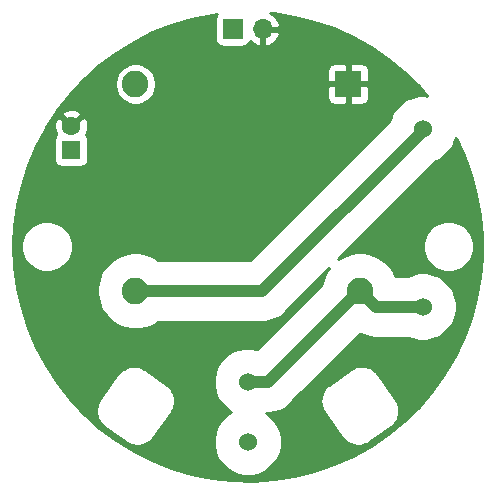
<source format=gtl>
%TF.GenerationSoftware,KiCad,Pcbnew,(5.1.9-0-10_14)*%
%TF.CreationDate,2024-01-23T11:46:41+01:00*%
%TF.ProjectId,berker-sensor-acdc,6265726b-6572-42d7-9365-6e736f722d61,rev?*%
%TF.SameCoordinates,Original*%
%TF.FileFunction,Copper,L1,Top*%
%TF.FilePolarity,Positive*%
%FSLAX46Y46*%
G04 Gerber Fmt 4.6, Leading zero omitted, Abs format (unit mm)*
G04 Created by KiCad (PCBNEW (5.1.9-0-10_14)) date 2024-01-23 11:46:41*
%MOMM*%
%LPD*%
G01*
G04 APERTURE LIST*
%TA.AperFunction,ComponentPad*%
%ADD10C,2.250000*%
%TD*%
%TA.AperFunction,ComponentPad*%
%ADD11R,2.250000X2.250000*%
%TD*%
%TA.AperFunction,ComponentPad*%
%ADD12C,1.524000*%
%TD*%
%TA.AperFunction,ComponentPad*%
%ADD13O,1.700000X1.700000*%
%TD*%
%TA.AperFunction,ComponentPad*%
%ADD14R,1.700000X1.700000*%
%TD*%
%TA.AperFunction,ComponentPad*%
%ADD15C,1.600000*%
%TD*%
%TA.AperFunction,ComponentPad*%
%ADD16R,1.600000X1.600000*%
%TD*%
%TA.AperFunction,Conductor*%
%ADD17C,1.000000*%
%TD*%
%TA.AperFunction,Conductor*%
%ADD18C,0.254000*%
%TD*%
%TA.AperFunction,Conductor*%
%ADD19C,0.100000*%
%TD*%
G04 APERTURE END LIST*
D10*
%TO.P,U1,3*%
%TO.N,NEUT*%
X-9500000Y-3750000D03*
%TO.P,U1,2*%
%TO.N,+3V3*%
X-9500000Y13750000D03*
%TO.P,U1,4*%
%TO.N,Net-(C1-Pad1)*%
X9500000Y-3750000D03*
D11*
%TO.P,U1,1*%
%TO.N,GND*%
X8500000Y13750000D03*
%TD*%
D12*
%TO.P,F1,2*%
%TO.N,LINE*%
X0Y-16540000D03*
%TO.P,F1,1*%
%TO.N,Net-(C1-Pad1)*%
X0Y-11460000D03*
%TD*%
D13*
%TO.P,J3,2*%
%TO.N,GND*%
X1270000Y18400000D03*
D14*
%TO.P,J3,1*%
%TO.N,+3V3*%
X-1270000Y18400000D03*
%TD*%
D12*
%TO.P,C1,2*%
%TO.N,NEUT*%
X14800000Y9900000D03*
%TO.P,C1,1*%
%TO.N,Net-(C1-Pad1)*%
X14800000Y-5100000D03*
%TD*%
D15*
%TO.P,C2,2*%
%TO.N,GND*%
X-14950000Y10170000D03*
D16*
%TO.P,C2,1*%
%TO.N,+3V3*%
X-14950000Y8170000D03*
%TD*%
D17*
%TO.N,NEUT*%
X14800000Y9900000D02*
X14800000Y9800000D01*
X1250000Y-3750000D02*
X-9500000Y-3750000D01*
X14800000Y9800000D02*
X1250000Y-3750000D01*
%TO.N,Net-(C1-Pad1)*%
X9500000Y-3750000D02*
X9450000Y-3750000D01*
X1740000Y-11460000D02*
X0Y-11460000D01*
X9450000Y-3750000D02*
X1740000Y-11460000D01*
X10850000Y-5100000D02*
X9500000Y-3750000D01*
X14800000Y-5100000D02*
X10850000Y-5100000D01*
%TD*%
D18*
%TO.N,GND*%
X2190890Y19724796D02*
X3925596Y19453978D01*
X5629579Y19030907D01*
X7289503Y18458892D01*
X8892377Y17742412D01*
X10425656Y16887074D01*
X11877340Y15899571D01*
X13236067Y14787633D01*
X14491205Y13559961D01*
X15164812Y12773033D01*
X15084542Y12789000D01*
X14515458Y12789000D01*
X13957310Y12677978D01*
X13431545Y12460199D01*
X12958370Y12144033D01*
X12555967Y11741630D01*
X12239801Y11268455D01*
X12022022Y10742690D01*
X12020649Y10735788D01*
X161862Y-1123000D01*
X-7578138Y-1123000D01*
X-7959600Y-868115D01*
X-8551427Y-622973D01*
X-9179706Y-498000D01*
X-9820294Y-498000D01*
X-10448573Y-622973D01*
X-11040400Y-868115D01*
X-11573029Y-1224007D01*
X-12025993Y-1676971D01*
X-12381885Y-2209600D01*
X-12627027Y-2801427D01*
X-12752000Y-3429706D01*
X-12752000Y-4070294D01*
X-12627027Y-4698573D01*
X-12381885Y-5290400D01*
X-12025993Y-5823029D01*
X-11573029Y-6275993D01*
X-11040400Y-6631885D01*
X-10448573Y-6877027D01*
X-9820294Y-7002000D01*
X-9179706Y-7002000D01*
X-8551427Y-6877027D01*
X-7959600Y-6631885D01*
X-7578138Y-6377000D01*
X1120955Y-6377000D01*
X1250000Y-6389710D01*
X1379045Y-6377000D01*
X1379048Y-6377000D01*
X1764982Y-6338989D01*
X2260173Y-6188774D01*
X2716544Y-5944839D01*
X3116557Y-5616557D01*
X3198825Y-5516313D01*
X6844809Y-1870330D01*
X6618115Y-2209600D01*
X6372973Y-2801427D01*
X6295884Y-3188977D01*
X809451Y-8675410D01*
X284542Y-8571000D01*
X-284542Y-8571000D01*
X-842690Y-8682022D01*
X-1368455Y-8899801D01*
X-1841630Y-9215967D01*
X-2244033Y-9618370D01*
X-2560199Y-10091545D01*
X-2777978Y-10617310D01*
X-2889000Y-11175458D01*
X-2889000Y-11744542D01*
X-2777978Y-12302690D01*
X-2560199Y-12828455D01*
X-2244033Y-13301630D01*
X-1841630Y-13704033D01*
X-1398685Y-14000000D01*
X-1841630Y-14295967D01*
X-2244033Y-14698370D01*
X-2560199Y-15171545D01*
X-2777978Y-15697310D01*
X-2889000Y-16255458D01*
X-2889000Y-16824542D01*
X-2777978Y-17382690D01*
X-2560199Y-17908455D01*
X-2244033Y-18381630D01*
X-1841630Y-18784033D01*
X-1368455Y-19100199D01*
X-842690Y-19317978D01*
X-284542Y-19429000D01*
X284542Y-19429000D01*
X842690Y-19317978D01*
X1368455Y-19100199D01*
X1841630Y-18784033D01*
X2244033Y-18381630D01*
X2560199Y-17908455D01*
X2777978Y-17382690D01*
X2889000Y-16824542D01*
X2889000Y-16255458D01*
X2777978Y-15697310D01*
X2560199Y-15171545D01*
X2244033Y-14698370D01*
X1841630Y-14295967D01*
X1528889Y-14087000D01*
X1610955Y-14087000D01*
X1740000Y-14099710D01*
X1869045Y-14087000D01*
X1869048Y-14087000D01*
X2254982Y-14048989D01*
X2750173Y-13898774D01*
X3206544Y-13654839D01*
X3606557Y-13326557D01*
X3688825Y-13226313D01*
X3875568Y-13039570D01*
X6160448Y-13039570D01*
X6161987Y-13102518D01*
X6162647Y-13165525D01*
X6163762Y-13175165D01*
X6187546Y-13368876D01*
X6201288Y-13430356D01*
X6214169Y-13492012D01*
X6217135Y-13501252D01*
X6278092Y-13686654D01*
X6303525Y-13744318D01*
X6328126Y-13802273D01*
X6332830Y-13810760D01*
X6428638Y-13980791D01*
X6428645Y-13980801D01*
X6445242Y-14010286D01*
X7975698Y-16196005D01*
X7995143Y-16218671D01*
X7998616Y-16223706D01*
X8004931Y-16231074D01*
X8132971Y-16378367D01*
X8178723Y-16421632D01*
X8223898Y-16465563D01*
X8231524Y-16471564D01*
X8385736Y-16591183D01*
X8439049Y-16624756D01*
X8491867Y-16659056D01*
X8500506Y-16663458D01*
X8500514Y-16663463D01*
X8500523Y-16663466D01*
X8675021Y-16750849D01*
X8733828Y-16773423D01*
X8792313Y-16796815D01*
X8801650Y-16799458D01*
X8989809Y-16851286D01*
X9051913Y-16862014D01*
X9113801Y-16873595D01*
X9123467Y-16874373D01*
X9123470Y-16874374D01*
X9123474Y-16874374D01*
X9318116Y-16888667D01*
X9381064Y-16887128D01*
X9444071Y-16886468D01*
X9453711Y-16885353D01*
X9647422Y-16861569D01*
X9708902Y-16847827D01*
X9770558Y-16834946D01*
X9779798Y-16831980D01*
X9965200Y-16771023D01*
X10022864Y-16745590D01*
X10080819Y-16720989D01*
X10089301Y-16716288D01*
X10089305Y-16716286D01*
X10089308Y-16716284D01*
X10259337Y-16620477D01*
X10259347Y-16620470D01*
X10288832Y-16603873D01*
X12146890Y-15302848D01*
X12169557Y-15283402D01*
X12174591Y-15279930D01*
X12181959Y-15273615D01*
X12329252Y-15145575D01*
X12372517Y-15099823D01*
X12416448Y-15054648D01*
X12422449Y-15047022D01*
X12542068Y-14892810D01*
X12575641Y-14839497D01*
X12609941Y-14786679D01*
X12614343Y-14778040D01*
X12614348Y-14778032D01*
X12614351Y-14778023D01*
X12701734Y-14603525D01*
X12724308Y-14544718D01*
X12747700Y-14486233D01*
X12750343Y-14476896D01*
X12802171Y-14288737D01*
X12812899Y-14226633D01*
X12824480Y-14164745D01*
X12825259Y-14155072D01*
X12839552Y-13960430D01*
X12838013Y-13897482D01*
X12837353Y-13834476D01*
X12836238Y-13824836D01*
X12812454Y-13631124D01*
X12798712Y-13569644D01*
X12785831Y-13507989D01*
X12782865Y-13498749D01*
X12721908Y-13313346D01*
X12696470Y-13255670D01*
X12671874Y-13197727D01*
X12667170Y-13189240D01*
X12571362Y-13019209D01*
X12571358Y-13019203D01*
X12554758Y-12989713D01*
X11024301Y-10803995D01*
X11004860Y-10781333D01*
X11001384Y-10776294D01*
X10995069Y-10768925D01*
X10867029Y-10621633D01*
X10821257Y-10578349D01*
X10776102Y-10534438D01*
X10768476Y-10528436D01*
X10614264Y-10408817D01*
X10560946Y-10375240D01*
X10508132Y-10340943D01*
X10499486Y-10336537D01*
X10324978Y-10249151D01*
X10266192Y-10226585D01*
X10207688Y-10203185D01*
X10198350Y-10200542D01*
X10198349Y-10200542D01*
X10198347Y-10200541D01*
X10198345Y-10200541D01*
X10010192Y-10148714D01*
X9948075Y-10137984D01*
X9886199Y-10126405D01*
X9876535Y-10125627D01*
X9876531Y-10125626D01*
X9876526Y-10125626D01*
X9681884Y-10111333D01*
X9618936Y-10112872D01*
X9555930Y-10113532D01*
X9546290Y-10114647D01*
X9352578Y-10138431D01*
X9291098Y-10152173D01*
X9229443Y-10165054D01*
X9220209Y-10168018D01*
X9220205Y-10168019D01*
X9220202Y-10168020D01*
X9220203Y-10168020D01*
X9034800Y-10228977D01*
X8977124Y-10254415D01*
X8919181Y-10279011D01*
X8910699Y-10283712D01*
X8910695Y-10283714D01*
X8910694Y-10283715D01*
X8740663Y-10379523D01*
X8740659Y-10379526D01*
X8711167Y-10396127D01*
X6853110Y-11697153D01*
X6830448Y-11716594D01*
X6825409Y-11720070D01*
X6818040Y-11726385D01*
X6670748Y-11854425D01*
X6627464Y-11900197D01*
X6583553Y-11945352D01*
X6577551Y-11952978D01*
X6457932Y-12107190D01*
X6424355Y-12160508D01*
X6390058Y-12213322D01*
X6385652Y-12221968D01*
X6298266Y-12396476D01*
X6275700Y-12455262D01*
X6252300Y-12513766D01*
X6249657Y-12523104D01*
X6197829Y-12711262D01*
X6187102Y-12773365D01*
X6175520Y-12835255D01*
X6174741Y-12844928D01*
X6160448Y-13039570D01*
X3875568Y-13039570D01*
X9537801Y-7377338D01*
X9839827Y-7538774D01*
X10335018Y-7688989D01*
X10720952Y-7727000D01*
X10720954Y-7727000D01*
X10849999Y-7739710D01*
X10979044Y-7727000D01*
X13592817Y-7727000D01*
X13957310Y-7877978D01*
X14515458Y-7989000D01*
X15084542Y-7989000D01*
X15642690Y-7877978D01*
X16168455Y-7660199D01*
X16641630Y-7344033D01*
X17044033Y-6941630D01*
X17360199Y-6468455D01*
X17577978Y-5942690D01*
X17689000Y-5384542D01*
X17689000Y-4815458D01*
X17577978Y-4257310D01*
X17360199Y-3731545D01*
X17044033Y-3258370D01*
X16641630Y-2855967D01*
X16168455Y-2539801D01*
X15642690Y-2322022D01*
X15084542Y-2211000D01*
X14515458Y-2211000D01*
X13957310Y-2322022D01*
X13592817Y-2473000D01*
X12490989Y-2473000D01*
X12381885Y-2209600D01*
X12025993Y-1676971D01*
X11573029Y-1224007D01*
X11040400Y-868115D01*
X10448573Y-622973D01*
X9820294Y-498000D01*
X9179706Y-498000D01*
X8551427Y-622973D01*
X7959600Y-868115D01*
X7620330Y-1094809D01*
X8928816Y213677D01*
X14830497Y213677D01*
X14830497Y-213677D01*
X14913870Y-632821D01*
X15077412Y-1027645D01*
X15314837Y-1382977D01*
X15617023Y-1685163D01*
X15972355Y-1922588D01*
X16367179Y-2086130D01*
X16786323Y-2169503D01*
X17213677Y-2169503D01*
X17632821Y-2086130D01*
X18027645Y-1922588D01*
X18382977Y-1685163D01*
X18685163Y-1382977D01*
X18922588Y-1027645D01*
X19086130Y-632821D01*
X19169503Y-213677D01*
X19169503Y213677D01*
X19086130Y632821D01*
X18922588Y1027645D01*
X18685163Y1382977D01*
X18382977Y1685163D01*
X18027645Y1922588D01*
X17632821Y2086130D01*
X17213677Y2169503D01*
X16786323Y2169503D01*
X16367179Y2086130D01*
X15972355Y1922588D01*
X15617023Y1685163D01*
X15314837Y1382977D01*
X15077412Y1027645D01*
X14913870Y632821D01*
X14830497Y213677D01*
X8928816Y213677D01*
X15974673Y7259534D01*
X16168455Y7339801D01*
X16641630Y7655967D01*
X17044033Y8058370D01*
X17360199Y8531545D01*
X17577978Y9057310D01*
X17598725Y9161613D01*
X18293116Y7696068D01*
X18901711Y6049205D01*
X19362375Y4354998D01*
X19671502Y2626707D01*
X19826672Y877859D01*
X19826672Y-877859D01*
X19671502Y-2626707D01*
X19362375Y-4354998D01*
X18901711Y-6049205D01*
X18293116Y-7696068D01*
X17541353Y-9282700D01*
X16652304Y-10796682D01*
X15632929Y-12226165D01*
X14491205Y-13559961D01*
X13236067Y-14787633D01*
X11877340Y-15899571D01*
X10425656Y-16887074D01*
X8892377Y-17742412D01*
X7289503Y-18458892D01*
X5629579Y-19030907D01*
X3925596Y-19453978D01*
X2190890Y-19724796D01*
X439037Y-19841240D01*
X-1316252Y-19802400D01*
X-3061239Y-19608579D01*
X-4782268Y-19261295D01*
X-6465870Y-18763264D01*
X-8098867Y-18118386D01*
X-9668480Y-17331707D01*
X-11162423Y-16409384D01*
X-12569006Y-15358635D01*
X-13877219Y-14187684D01*
X-14087865Y-13962571D01*
X-12840037Y-13962571D01*
X-12839327Y-13972238D01*
X-12839327Y-13972248D01*
X-12839325Y-13972257D01*
X-12823674Y-14166786D01*
X-12812517Y-14228795D01*
X-12802231Y-14290928D01*
X-12799657Y-14300273D01*
X-12799655Y-14300283D01*
X-12799651Y-14300292D01*
X-12746514Y-14488076D01*
X-12723544Y-14546688D01*
X-12701369Y-14605684D01*
X-12697024Y-14614361D01*
X-12608421Y-14788255D01*
X-12574490Y-14841313D01*
X-12541288Y-14894861D01*
X-12535346Y-14902521D01*
X-12535343Y-14902526D01*
X-12535340Y-14902529D01*
X-12414649Y-15055901D01*
X-12371045Y-15101371D01*
X-12328090Y-15147434D01*
X-12320766Y-15153801D01*
X-12172582Y-15280810D01*
X-12172562Y-15280824D01*
X-12146890Y-15302847D01*
X-10288833Y-16603873D01*
X-10262809Y-16618522D01*
X-10257825Y-16622064D01*
X-10249370Y-16626828D01*
X-10078675Y-16721447D01*
X-10020875Y-16746459D01*
X-9963406Y-16772286D01*
X-9954187Y-16775317D01*
X-9768364Y-16834978D01*
X-9706815Y-16848285D01*
X-9645421Y-16862459D01*
X-9635789Y-16863642D01*
X-9441918Y-16886074D01*
X-9378932Y-16887174D01*
X-9315975Y-16889152D01*
X-9306308Y-16888442D01*
X-9306298Y-16888442D01*
X-9306289Y-16888440D01*
X-9111760Y-16872789D01*
X-9049751Y-16861632D01*
X-8987618Y-16851346D01*
X-8978273Y-16848772D01*
X-8978263Y-16848770D01*
X-8978254Y-16848766D01*
X-8790470Y-16795629D01*
X-8731858Y-16772659D01*
X-8672862Y-16750484D01*
X-8664185Y-16746139D01*
X-8490291Y-16657536D01*
X-8437233Y-16623605D01*
X-8383685Y-16590403D01*
X-8376025Y-16584461D01*
X-8376020Y-16584458D01*
X-8376016Y-16584454D01*
X-8222645Y-16463764D01*
X-8177175Y-16420160D01*
X-8131112Y-16377205D01*
X-8124745Y-16369881D01*
X-7997736Y-16221697D01*
X-7997722Y-16221677D01*
X-7975699Y-16196005D01*
X-6445242Y-14010287D01*
X-6430594Y-13984265D01*
X-6427051Y-13979279D01*
X-6422287Y-13970824D01*
X-6327668Y-13800129D01*
X-6302656Y-13742329D01*
X-6276829Y-13684860D01*
X-6273798Y-13675641D01*
X-6214137Y-13489818D01*
X-6200830Y-13428269D01*
X-6186656Y-13366875D01*
X-6185473Y-13357243D01*
X-6163041Y-13163372D01*
X-6161941Y-13100387D01*
X-6159963Y-13037430D01*
X-6160673Y-13027762D01*
X-6160673Y-13027752D01*
X-6160675Y-13027743D01*
X-6176326Y-12833214D01*
X-6187478Y-12771231D01*
X-6197769Y-12709073D01*
X-6200343Y-12699727D01*
X-6200345Y-12699717D01*
X-6200349Y-12699708D01*
X-6253486Y-12511925D01*
X-6276447Y-12453336D01*
X-6298631Y-12394316D01*
X-6302976Y-12385639D01*
X-6391579Y-12211744D01*
X-6425516Y-12158678D01*
X-6458712Y-12105139D01*
X-6464660Y-12097471D01*
X-6585352Y-11944099D01*
X-6628936Y-11898649D01*
X-6671910Y-11852566D01*
X-6679234Y-11846199D01*
X-6827418Y-11719190D01*
X-6827432Y-11719180D01*
X-6853110Y-11697152D01*
X-8711168Y-10396127D01*
X-8737185Y-10381482D01*
X-8742175Y-10377936D01*
X-8750630Y-10373172D01*
X-8921326Y-10278553D01*
X-8979125Y-10253541D01*
X-9036593Y-10227714D01*
X-9045804Y-10224686D01*
X-9045810Y-10224683D01*
X-9045816Y-10224682D01*
X-9231636Y-10165022D01*
X-9293185Y-10151715D01*
X-9354579Y-10137541D01*
X-9364211Y-10136358D01*
X-9558083Y-10113926D01*
X-9621066Y-10112826D01*
X-9684024Y-10110848D01*
X-9693692Y-10111558D01*
X-9693702Y-10111558D01*
X-9693711Y-10111560D01*
X-9888240Y-10127211D01*
X-9950223Y-10138363D01*
X-10012381Y-10148654D01*
X-10021727Y-10151228D01*
X-10021737Y-10151230D01*
X-10021746Y-10151234D01*
X-10209529Y-10204371D01*
X-10268118Y-10227332D01*
X-10327138Y-10249516D01*
X-10335815Y-10253861D01*
X-10509710Y-10342464D01*
X-10562776Y-10376401D01*
X-10616315Y-10409597D01*
X-10623978Y-10415541D01*
X-10623981Y-10415543D01*
X-10623983Y-10415545D01*
X-10777355Y-10536237D01*
X-10822805Y-10579821D01*
X-10868888Y-10622795D01*
X-10875255Y-10630119D01*
X-11002264Y-10778303D01*
X-11002275Y-10778319D01*
X-11024302Y-10803995D01*
X-12554758Y-12989714D01*
X-12569403Y-13015731D01*
X-12572949Y-13020721D01*
X-12577713Y-13029176D01*
X-12672332Y-13199872D01*
X-12697344Y-13257671D01*
X-12723171Y-13315139D01*
X-12726199Y-13324350D01*
X-12726202Y-13324356D01*
X-12726202Y-13324358D01*
X-12785863Y-13510182D01*
X-12799170Y-13571731D01*
X-12813344Y-13633125D01*
X-12814527Y-13642757D01*
X-12836959Y-13836629D01*
X-12838059Y-13899613D01*
X-12840037Y-13962571D01*
X-14087865Y-13962571D01*
X-15076824Y-12905695D01*
X-16158432Y-11522701D01*
X-17113579Y-10049527D01*
X-17934788Y-8497701D01*
X-18615634Y-6879370D01*
X-19150787Y-5207198D01*
X-19536060Y-3494273D01*
X-19768436Y-1754000D01*
X-19846097Y0D01*
X-19836637Y213677D01*
X-19169503Y213677D01*
X-19169503Y-213677D01*
X-19086130Y-632821D01*
X-18922588Y-1027645D01*
X-18685163Y-1382977D01*
X-18382977Y-1685163D01*
X-18027645Y-1922588D01*
X-17632821Y-2086130D01*
X-17213677Y-2169503D01*
X-16786323Y-2169503D01*
X-16367179Y-2086130D01*
X-15972355Y-1922588D01*
X-15617023Y-1685163D01*
X-15314837Y-1382977D01*
X-15077412Y-1027645D01*
X-14913870Y-632821D01*
X-14830497Y-213677D01*
X-14830497Y213677D01*
X-14913870Y632821D01*
X-15077412Y1027645D01*
X-15314837Y1382977D01*
X-15617023Y1685163D01*
X-15972355Y1922588D01*
X-16367179Y2086130D01*
X-16786323Y2169503D01*
X-17213677Y2169503D01*
X-17632821Y2086130D01*
X-18027645Y1922588D01*
X-18382977Y1685163D01*
X-18685163Y1382977D01*
X-18922588Y1027645D01*
X-19086130Y632821D01*
X-19169503Y213677D01*
X-19836637Y213677D01*
X-19768436Y1754000D01*
X-19536060Y3494273D01*
X-19150787Y5207198D01*
X-18615634Y6879370D01*
X-17934788Y8497701D01*
X-17113579Y10049527D01*
X-17081187Y10099488D01*
X-16390217Y10099488D01*
X-16348787Y9819870D01*
X-16253603Y9553708D01*
X-16188384Y9431691D01*
X-16201185Y9421185D01*
X-16280537Y9324494D01*
X-16339502Y9214180D01*
X-16375812Y9094482D01*
X-16388072Y8970000D01*
X-16388072Y7370000D01*
X-16375812Y7245518D01*
X-16339502Y7125820D01*
X-16280537Y7015506D01*
X-16201185Y6918815D01*
X-16104494Y6839463D01*
X-15994180Y6780498D01*
X-15874482Y6744188D01*
X-15750000Y6731928D01*
X-14150000Y6731928D01*
X-14025518Y6744188D01*
X-13905820Y6780498D01*
X-13795506Y6839463D01*
X-13698815Y6918815D01*
X-13619463Y7015506D01*
X-13560498Y7125820D01*
X-13524188Y7245518D01*
X-13511928Y7370000D01*
X-13511928Y8970000D01*
X-13524188Y9094482D01*
X-13560498Y9214180D01*
X-13619463Y9324494D01*
X-13698815Y9421185D01*
X-13711758Y9431807D01*
X-13592429Y9683996D01*
X-13523700Y9958184D01*
X-13509783Y10240512D01*
X-13551213Y10520130D01*
X-13646397Y10786292D01*
X-13713329Y10911514D01*
X-13957298Y10983097D01*
X-14770395Y10170000D01*
X-14756253Y10155858D01*
X-14935858Y9976253D01*
X-14950000Y9990395D01*
X-14964143Y9976253D01*
X-15143748Y10155858D01*
X-15129605Y10170000D01*
X-15942702Y10983097D01*
X-16186671Y10911514D01*
X-16307571Y10656004D01*
X-16376300Y10381816D01*
X-16390217Y10099488D01*
X-17081187Y10099488D01*
X-16391842Y11162702D01*
X-15763097Y11162702D01*
X-14950000Y10349605D01*
X-14136903Y11162702D01*
X-14208486Y11406671D01*
X-14463996Y11527571D01*
X-14738184Y11596300D01*
X-15020512Y11610217D01*
X-15300130Y11568787D01*
X-15566292Y11473603D01*
X-15691514Y11406671D01*
X-15763097Y11162702D01*
X-16391842Y11162702D01*
X-16158432Y11522701D01*
X-15076824Y12905695D01*
X-14124571Y13923345D01*
X-11260000Y13923345D01*
X-11260000Y13576655D01*
X-11192364Y13236627D01*
X-11059692Y12916327D01*
X-10867081Y12628065D01*
X-10621935Y12382919D01*
X-10333673Y12190308D01*
X-10013373Y12057636D01*
X-9673345Y11990000D01*
X-9326655Y11990000D01*
X-8986627Y12057636D01*
X-8666327Y12190308D01*
X-8378065Y12382919D01*
X-8135984Y12625000D01*
X6736928Y12625000D01*
X6749188Y12500518D01*
X6785498Y12380820D01*
X6844463Y12270506D01*
X6923815Y12173815D01*
X7020506Y12094463D01*
X7130820Y12035498D01*
X7250518Y11999188D01*
X7375000Y11986928D01*
X8214250Y11990000D01*
X8373000Y12148750D01*
X8373000Y13623000D01*
X8627000Y13623000D01*
X8627000Y12148750D01*
X8785750Y11990000D01*
X9625000Y11986928D01*
X9749482Y11999188D01*
X9869180Y12035498D01*
X9979494Y12094463D01*
X10076185Y12173815D01*
X10155537Y12270506D01*
X10214502Y12380820D01*
X10250812Y12500518D01*
X10263072Y12625000D01*
X10260000Y13464250D01*
X10101250Y13623000D01*
X8627000Y13623000D01*
X8373000Y13623000D01*
X6898750Y13623000D01*
X6740000Y13464250D01*
X6736928Y12625000D01*
X-8135984Y12625000D01*
X-8132919Y12628065D01*
X-7940308Y12916327D01*
X-7807636Y13236627D01*
X-7740000Y13576655D01*
X-7740000Y13923345D01*
X-7807636Y14263373D01*
X-7940308Y14583673D01*
X-8132919Y14871935D01*
X-8135984Y14875000D01*
X6736928Y14875000D01*
X6740000Y14035750D01*
X6898750Y13877000D01*
X8373000Y13877000D01*
X8373000Y15351250D01*
X8627000Y15351250D01*
X8627000Y13877000D01*
X10101250Y13877000D01*
X10260000Y14035750D01*
X10263072Y14875000D01*
X10250812Y14999482D01*
X10214502Y15119180D01*
X10155537Y15229494D01*
X10076185Y15326185D01*
X9979494Y15405537D01*
X9869180Y15464502D01*
X9749482Y15500812D01*
X9625000Y15513072D01*
X8785750Y15510000D01*
X8627000Y15351250D01*
X8373000Y15351250D01*
X8214250Y15510000D01*
X7375000Y15513072D01*
X7250518Y15500812D01*
X7130820Y15464502D01*
X7020506Y15405537D01*
X6923815Y15326185D01*
X6844463Y15229494D01*
X6785498Y15119180D01*
X6749188Y14999482D01*
X6736928Y14875000D01*
X-8135984Y14875000D01*
X-8378065Y15117081D01*
X-8666327Y15309692D01*
X-8986627Y15442364D01*
X-9326655Y15510000D01*
X-9673345Y15510000D01*
X-10013373Y15442364D01*
X-10333673Y15309692D01*
X-10621935Y15117081D01*
X-10867081Y14871935D01*
X-11059692Y14583673D01*
X-11192364Y14263373D01*
X-11260000Y13923345D01*
X-14124571Y13923345D01*
X-13877219Y14187684D01*
X-12569006Y15358635D01*
X-11162423Y16409384D01*
X-9668480Y17331707D01*
X-8098867Y18118386D01*
X-6465870Y18763264D01*
X-4782268Y19261295D01*
X-3061239Y19608579D01*
X-2605656Y19659182D01*
X-2650537Y19604494D01*
X-2709502Y19494180D01*
X-2745812Y19374482D01*
X-2758072Y19250000D01*
X-2758072Y17550000D01*
X-2745812Y17425518D01*
X-2709502Y17305820D01*
X-2650537Y17195506D01*
X-2571185Y17098815D01*
X-2474494Y17019463D01*
X-2364180Y16960498D01*
X-2244482Y16924188D01*
X-2120000Y16911928D01*
X-420000Y16911928D01*
X-295518Y16924188D01*
X-175820Y16960498D01*
X-65506Y17019463D01*
X31185Y17098815D01*
X110537Y17195506D01*
X169502Y17305820D01*
X193966Y17386466D01*
X269731Y17302412D01*
X503080Y17128359D01*
X765901Y17003175D01*
X913110Y16958524D01*
X1143000Y17079845D01*
X1143000Y18273000D01*
X1397000Y18273000D01*
X1397000Y17079845D01*
X1626890Y16958524D01*
X1774099Y17003175D01*
X2036920Y17128359D01*
X2270269Y17302412D01*
X2465178Y17518645D01*
X2614157Y17768748D01*
X2711481Y18043109D01*
X2590814Y18273000D01*
X1397000Y18273000D01*
X1143000Y18273000D01*
X1123000Y18273000D01*
X1123000Y18527000D01*
X1143000Y18527000D01*
X1143000Y18547000D01*
X1397000Y18547000D01*
X1397000Y18527000D01*
X2590814Y18527000D01*
X2711481Y18756891D01*
X2614157Y19031252D01*
X2465178Y19281355D01*
X2270269Y19497588D01*
X2036920Y19671641D01*
X1882252Y19745311D01*
X2190890Y19724796D01*
%TA.AperFunction,Conductor*%
D19*
G36*
X2190890Y19724796D02*
G01*
X3925596Y19453978D01*
X5629579Y19030907D01*
X7289503Y18458892D01*
X8892377Y17742412D01*
X10425656Y16887074D01*
X11877340Y15899571D01*
X13236067Y14787633D01*
X14491205Y13559961D01*
X15164812Y12773033D01*
X15084542Y12789000D01*
X14515458Y12789000D01*
X13957310Y12677978D01*
X13431545Y12460199D01*
X12958370Y12144033D01*
X12555967Y11741630D01*
X12239801Y11268455D01*
X12022022Y10742690D01*
X12020649Y10735788D01*
X161862Y-1123000D01*
X-7578138Y-1123000D01*
X-7959600Y-868115D01*
X-8551427Y-622973D01*
X-9179706Y-498000D01*
X-9820294Y-498000D01*
X-10448573Y-622973D01*
X-11040400Y-868115D01*
X-11573029Y-1224007D01*
X-12025993Y-1676971D01*
X-12381885Y-2209600D01*
X-12627027Y-2801427D01*
X-12752000Y-3429706D01*
X-12752000Y-4070294D01*
X-12627027Y-4698573D01*
X-12381885Y-5290400D01*
X-12025993Y-5823029D01*
X-11573029Y-6275993D01*
X-11040400Y-6631885D01*
X-10448573Y-6877027D01*
X-9820294Y-7002000D01*
X-9179706Y-7002000D01*
X-8551427Y-6877027D01*
X-7959600Y-6631885D01*
X-7578138Y-6377000D01*
X1120955Y-6377000D01*
X1250000Y-6389710D01*
X1379045Y-6377000D01*
X1379048Y-6377000D01*
X1764982Y-6338989D01*
X2260173Y-6188774D01*
X2716544Y-5944839D01*
X3116557Y-5616557D01*
X3198825Y-5516313D01*
X6844809Y-1870330D01*
X6618115Y-2209600D01*
X6372973Y-2801427D01*
X6295884Y-3188977D01*
X809451Y-8675410D01*
X284542Y-8571000D01*
X-284542Y-8571000D01*
X-842690Y-8682022D01*
X-1368455Y-8899801D01*
X-1841630Y-9215967D01*
X-2244033Y-9618370D01*
X-2560199Y-10091545D01*
X-2777978Y-10617310D01*
X-2889000Y-11175458D01*
X-2889000Y-11744542D01*
X-2777978Y-12302690D01*
X-2560199Y-12828455D01*
X-2244033Y-13301630D01*
X-1841630Y-13704033D01*
X-1398685Y-14000000D01*
X-1841630Y-14295967D01*
X-2244033Y-14698370D01*
X-2560199Y-15171545D01*
X-2777978Y-15697310D01*
X-2889000Y-16255458D01*
X-2889000Y-16824542D01*
X-2777978Y-17382690D01*
X-2560199Y-17908455D01*
X-2244033Y-18381630D01*
X-1841630Y-18784033D01*
X-1368455Y-19100199D01*
X-842690Y-19317978D01*
X-284542Y-19429000D01*
X284542Y-19429000D01*
X842690Y-19317978D01*
X1368455Y-19100199D01*
X1841630Y-18784033D01*
X2244033Y-18381630D01*
X2560199Y-17908455D01*
X2777978Y-17382690D01*
X2889000Y-16824542D01*
X2889000Y-16255458D01*
X2777978Y-15697310D01*
X2560199Y-15171545D01*
X2244033Y-14698370D01*
X1841630Y-14295967D01*
X1528889Y-14087000D01*
X1610955Y-14087000D01*
X1740000Y-14099710D01*
X1869045Y-14087000D01*
X1869048Y-14087000D01*
X2254982Y-14048989D01*
X2750173Y-13898774D01*
X3206544Y-13654839D01*
X3606557Y-13326557D01*
X3688825Y-13226313D01*
X3875568Y-13039570D01*
X6160448Y-13039570D01*
X6161987Y-13102518D01*
X6162647Y-13165525D01*
X6163762Y-13175165D01*
X6187546Y-13368876D01*
X6201288Y-13430356D01*
X6214169Y-13492012D01*
X6217135Y-13501252D01*
X6278092Y-13686654D01*
X6303525Y-13744318D01*
X6328126Y-13802273D01*
X6332830Y-13810760D01*
X6428638Y-13980791D01*
X6428645Y-13980801D01*
X6445242Y-14010286D01*
X7975698Y-16196005D01*
X7995143Y-16218671D01*
X7998616Y-16223706D01*
X8004931Y-16231074D01*
X8132971Y-16378367D01*
X8178723Y-16421632D01*
X8223898Y-16465563D01*
X8231524Y-16471564D01*
X8385736Y-16591183D01*
X8439049Y-16624756D01*
X8491867Y-16659056D01*
X8500506Y-16663458D01*
X8500514Y-16663463D01*
X8500523Y-16663466D01*
X8675021Y-16750849D01*
X8733828Y-16773423D01*
X8792313Y-16796815D01*
X8801650Y-16799458D01*
X8989809Y-16851286D01*
X9051913Y-16862014D01*
X9113801Y-16873595D01*
X9123467Y-16874373D01*
X9123470Y-16874374D01*
X9123474Y-16874374D01*
X9318116Y-16888667D01*
X9381064Y-16887128D01*
X9444071Y-16886468D01*
X9453711Y-16885353D01*
X9647422Y-16861569D01*
X9708902Y-16847827D01*
X9770558Y-16834946D01*
X9779798Y-16831980D01*
X9965200Y-16771023D01*
X10022864Y-16745590D01*
X10080819Y-16720989D01*
X10089301Y-16716288D01*
X10089305Y-16716286D01*
X10089308Y-16716284D01*
X10259337Y-16620477D01*
X10259347Y-16620470D01*
X10288832Y-16603873D01*
X12146890Y-15302848D01*
X12169557Y-15283402D01*
X12174591Y-15279930D01*
X12181959Y-15273615D01*
X12329252Y-15145575D01*
X12372517Y-15099823D01*
X12416448Y-15054648D01*
X12422449Y-15047022D01*
X12542068Y-14892810D01*
X12575641Y-14839497D01*
X12609941Y-14786679D01*
X12614343Y-14778040D01*
X12614348Y-14778032D01*
X12614351Y-14778023D01*
X12701734Y-14603525D01*
X12724308Y-14544718D01*
X12747700Y-14486233D01*
X12750343Y-14476896D01*
X12802171Y-14288737D01*
X12812899Y-14226633D01*
X12824480Y-14164745D01*
X12825259Y-14155072D01*
X12839552Y-13960430D01*
X12838013Y-13897482D01*
X12837353Y-13834476D01*
X12836238Y-13824836D01*
X12812454Y-13631124D01*
X12798712Y-13569644D01*
X12785831Y-13507989D01*
X12782865Y-13498749D01*
X12721908Y-13313346D01*
X12696470Y-13255670D01*
X12671874Y-13197727D01*
X12667170Y-13189240D01*
X12571362Y-13019209D01*
X12571358Y-13019203D01*
X12554758Y-12989713D01*
X11024301Y-10803995D01*
X11004860Y-10781333D01*
X11001384Y-10776294D01*
X10995069Y-10768925D01*
X10867029Y-10621633D01*
X10821257Y-10578349D01*
X10776102Y-10534438D01*
X10768476Y-10528436D01*
X10614264Y-10408817D01*
X10560946Y-10375240D01*
X10508132Y-10340943D01*
X10499486Y-10336537D01*
X10324978Y-10249151D01*
X10266192Y-10226585D01*
X10207688Y-10203185D01*
X10198350Y-10200542D01*
X10198349Y-10200542D01*
X10198347Y-10200541D01*
X10198345Y-10200541D01*
X10010192Y-10148714D01*
X9948075Y-10137984D01*
X9886199Y-10126405D01*
X9876535Y-10125627D01*
X9876531Y-10125626D01*
X9876526Y-10125626D01*
X9681884Y-10111333D01*
X9618936Y-10112872D01*
X9555930Y-10113532D01*
X9546290Y-10114647D01*
X9352578Y-10138431D01*
X9291098Y-10152173D01*
X9229443Y-10165054D01*
X9220209Y-10168018D01*
X9220205Y-10168019D01*
X9220202Y-10168020D01*
X9220203Y-10168020D01*
X9034800Y-10228977D01*
X8977124Y-10254415D01*
X8919181Y-10279011D01*
X8910699Y-10283712D01*
X8910695Y-10283714D01*
X8910694Y-10283715D01*
X8740663Y-10379523D01*
X8740659Y-10379526D01*
X8711167Y-10396127D01*
X6853110Y-11697153D01*
X6830448Y-11716594D01*
X6825409Y-11720070D01*
X6818040Y-11726385D01*
X6670748Y-11854425D01*
X6627464Y-11900197D01*
X6583553Y-11945352D01*
X6577551Y-11952978D01*
X6457932Y-12107190D01*
X6424355Y-12160508D01*
X6390058Y-12213322D01*
X6385652Y-12221968D01*
X6298266Y-12396476D01*
X6275700Y-12455262D01*
X6252300Y-12513766D01*
X6249657Y-12523104D01*
X6197829Y-12711262D01*
X6187102Y-12773365D01*
X6175520Y-12835255D01*
X6174741Y-12844928D01*
X6160448Y-13039570D01*
X3875568Y-13039570D01*
X9537801Y-7377338D01*
X9839827Y-7538774D01*
X10335018Y-7688989D01*
X10720952Y-7727000D01*
X10720954Y-7727000D01*
X10849999Y-7739710D01*
X10979044Y-7727000D01*
X13592817Y-7727000D01*
X13957310Y-7877978D01*
X14515458Y-7989000D01*
X15084542Y-7989000D01*
X15642690Y-7877978D01*
X16168455Y-7660199D01*
X16641630Y-7344033D01*
X17044033Y-6941630D01*
X17360199Y-6468455D01*
X17577978Y-5942690D01*
X17689000Y-5384542D01*
X17689000Y-4815458D01*
X17577978Y-4257310D01*
X17360199Y-3731545D01*
X17044033Y-3258370D01*
X16641630Y-2855967D01*
X16168455Y-2539801D01*
X15642690Y-2322022D01*
X15084542Y-2211000D01*
X14515458Y-2211000D01*
X13957310Y-2322022D01*
X13592817Y-2473000D01*
X12490989Y-2473000D01*
X12381885Y-2209600D01*
X12025993Y-1676971D01*
X11573029Y-1224007D01*
X11040400Y-868115D01*
X10448573Y-622973D01*
X9820294Y-498000D01*
X9179706Y-498000D01*
X8551427Y-622973D01*
X7959600Y-868115D01*
X7620330Y-1094809D01*
X8928816Y213677D01*
X14830497Y213677D01*
X14830497Y-213677D01*
X14913870Y-632821D01*
X15077412Y-1027645D01*
X15314837Y-1382977D01*
X15617023Y-1685163D01*
X15972355Y-1922588D01*
X16367179Y-2086130D01*
X16786323Y-2169503D01*
X17213677Y-2169503D01*
X17632821Y-2086130D01*
X18027645Y-1922588D01*
X18382977Y-1685163D01*
X18685163Y-1382977D01*
X18922588Y-1027645D01*
X19086130Y-632821D01*
X19169503Y-213677D01*
X19169503Y213677D01*
X19086130Y632821D01*
X18922588Y1027645D01*
X18685163Y1382977D01*
X18382977Y1685163D01*
X18027645Y1922588D01*
X17632821Y2086130D01*
X17213677Y2169503D01*
X16786323Y2169503D01*
X16367179Y2086130D01*
X15972355Y1922588D01*
X15617023Y1685163D01*
X15314837Y1382977D01*
X15077412Y1027645D01*
X14913870Y632821D01*
X14830497Y213677D01*
X8928816Y213677D01*
X15974673Y7259534D01*
X16168455Y7339801D01*
X16641630Y7655967D01*
X17044033Y8058370D01*
X17360199Y8531545D01*
X17577978Y9057310D01*
X17598725Y9161613D01*
X18293116Y7696068D01*
X18901711Y6049205D01*
X19362375Y4354998D01*
X19671502Y2626707D01*
X19826672Y877859D01*
X19826672Y-877859D01*
X19671502Y-2626707D01*
X19362375Y-4354998D01*
X18901711Y-6049205D01*
X18293116Y-7696068D01*
X17541353Y-9282700D01*
X16652304Y-10796682D01*
X15632929Y-12226165D01*
X14491205Y-13559961D01*
X13236067Y-14787633D01*
X11877340Y-15899571D01*
X10425656Y-16887074D01*
X8892377Y-17742412D01*
X7289503Y-18458892D01*
X5629579Y-19030907D01*
X3925596Y-19453978D01*
X2190890Y-19724796D01*
X439037Y-19841240D01*
X-1316252Y-19802400D01*
X-3061239Y-19608579D01*
X-4782268Y-19261295D01*
X-6465870Y-18763264D01*
X-8098867Y-18118386D01*
X-9668480Y-17331707D01*
X-11162423Y-16409384D01*
X-12569006Y-15358635D01*
X-13877219Y-14187684D01*
X-14087865Y-13962571D01*
X-12840037Y-13962571D01*
X-12839327Y-13972238D01*
X-12839327Y-13972248D01*
X-12839325Y-13972257D01*
X-12823674Y-14166786D01*
X-12812517Y-14228795D01*
X-12802231Y-14290928D01*
X-12799657Y-14300273D01*
X-12799655Y-14300283D01*
X-12799651Y-14300292D01*
X-12746514Y-14488076D01*
X-12723544Y-14546688D01*
X-12701369Y-14605684D01*
X-12697024Y-14614361D01*
X-12608421Y-14788255D01*
X-12574490Y-14841313D01*
X-12541288Y-14894861D01*
X-12535346Y-14902521D01*
X-12535343Y-14902526D01*
X-12535340Y-14902529D01*
X-12414649Y-15055901D01*
X-12371045Y-15101371D01*
X-12328090Y-15147434D01*
X-12320766Y-15153801D01*
X-12172582Y-15280810D01*
X-12172562Y-15280824D01*
X-12146890Y-15302847D01*
X-10288833Y-16603873D01*
X-10262809Y-16618522D01*
X-10257825Y-16622064D01*
X-10249370Y-16626828D01*
X-10078675Y-16721447D01*
X-10020875Y-16746459D01*
X-9963406Y-16772286D01*
X-9954187Y-16775317D01*
X-9768364Y-16834978D01*
X-9706815Y-16848285D01*
X-9645421Y-16862459D01*
X-9635789Y-16863642D01*
X-9441918Y-16886074D01*
X-9378932Y-16887174D01*
X-9315975Y-16889152D01*
X-9306308Y-16888442D01*
X-9306298Y-16888442D01*
X-9306289Y-16888440D01*
X-9111760Y-16872789D01*
X-9049751Y-16861632D01*
X-8987618Y-16851346D01*
X-8978273Y-16848772D01*
X-8978263Y-16848770D01*
X-8978254Y-16848766D01*
X-8790470Y-16795629D01*
X-8731858Y-16772659D01*
X-8672862Y-16750484D01*
X-8664185Y-16746139D01*
X-8490291Y-16657536D01*
X-8437233Y-16623605D01*
X-8383685Y-16590403D01*
X-8376025Y-16584461D01*
X-8376020Y-16584458D01*
X-8376016Y-16584454D01*
X-8222645Y-16463764D01*
X-8177175Y-16420160D01*
X-8131112Y-16377205D01*
X-8124745Y-16369881D01*
X-7997736Y-16221697D01*
X-7997722Y-16221677D01*
X-7975699Y-16196005D01*
X-6445242Y-14010287D01*
X-6430594Y-13984265D01*
X-6427051Y-13979279D01*
X-6422287Y-13970824D01*
X-6327668Y-13800129D01*
X-6302656Y-13742329D01*
X-6276829Y-13684860D01*
X-6273798Y-13675641D01*
X-6214137Y-13489818D01*
X-6200830Y-13428269D01*
X-6186656Y-13366875D01*
X-6185473Y-13357243D01*
X-6163041Y-13163372D01*
X-6161941Y-13100387D01*
X-6159963Y-13037430D01*
X-6160673Y-13027762D01*
X-6160673Y-13027752D01*
X-6160675Y-13027743D01*
X-6176326Y-12833214D01*
X-6187478Y-12771231D01*
X-6197769Y-12709073D01*
X-6200343Y-12699727D01*
X-6200345Y-12699717D01*
X-6200349Y-12699708D01*
X-6253486Y-12511925D01*
X-6276447Y-12453336D01*
X-6298631Y-12394316D01*
X-6302976Y-12385639D01*
X-6391579Y-12211744D01*
X-6425516Y-12158678D01*
X-6458712Y-12105139D01*
X-6464660Y-12097471D01*
X-6585352Y-11944099D01*
X-6628936Y-11898649D01*
X-6671910Y-11852566D01*
X-6679234Y-11846199D01*
X-6827418Y-11719190D01*
X-6827432Y-11719180D01*
X-6853110Y-11697152D01*
X-8711168Y-10396127D01*
X-8737185Y-10381482D01*
X-8742175Y-10377936D01*
X-8750630Y-10373172D01*
X-8921326Y-10278553D01*
X-8979125Y-10253541D01*
X-9036593Y-10227714D01*
X-9045804Y-10224686D01*
X-9045810Y-10224683D01*
X-9045816Y-10224682D01*
X-9231636Y-10165022D01*
X-9293185Y-10151715D01*
X-9354579Y-10137541D01*
X-9364211Y-10136358D01*
X-9558083Y-10113926D01*
X-9621066Y-10112826D01*
X-9684024Y-10110848D01*
X-9693692Y-10111558D01*
X-9693702Y-10111558D01*
X-9693711Y-10111560D01*
X-9888240Y-10127211D01*
X-9950223Y-10138363D01*
X-10012381Y-10148654D01*
X-10021727Y-10151228D01*
X-10021737Y-10151230D01*
X-10021746Y-10151234D01*
X-10209529Y-10204371D01*
X-10268118Y-10227332D01*
X-10327138Y-10249516D01*
X-10335815Y-10253861D01*
X-10509710Y-10342464D01*
X-10562776Y-10376401D01*
X-10616315Y-10409597D01*
X-10623978Y-10415541D01*
X-10623981Y-10415543D01*
X-10623983Y-10415545D01*
X-10777355Y-10536237D01*
X-10822805Y-10579821D01*
X-10868888Y-10622795D01*
X-10875255Y-10630119D01*
X-11002264Y-10778303D01*
X-11002275Y-10778319D01*
X-11024302Y-10803995D01*
X-12554758Y-12989714D01*
X-12569403Y-13015731D01*
X-12572949Y-13020721D01*
X-12577713Y-13029176D01*
X-12672332Y-13199872D01*
X-12697344Y-13257671D01*
X-12723171Y-13315139D01*
X-12726199Y-13324350D01*
X-12726202Y-13324356D01*
X-12726202Y-13324358D01*
X-12785863Y-13510182D01*
X-12799170Y-13571731D01*
X-12813344Y-13633125D01*
X-12814527Y-13642757D01*
X-12836959Y-13836629D01*
X-12838059Y-13899613D01*
X-12840037Y-13962571D01*
X-14087865Y-13962571D01*
X-15076824Y-12905695D01*
X-16158432Y-11522701D01*
X-17113579Y-10049527D01*
X-17934788Y-8497701D01*
X-18615634Y-6879370D01*
X-19150787Y-5207198D01*
X-19536060Y-3494273D01*
X-19768436Y-1754000D01*
X-19846097Y0D01*
X-19836637Y213677D01*
X-19169503Y213677D01*
X-19169503Y-213677D01*
X-19086130Y-632821D01*
X-18922588Y-1027645D01*
X-18685163Y-1382977D01*
X-18382977Y-1685163D01*
X-18027645Y-1922588D01*
X-17632821Y-2086130D01*
X-17213677Y-2169503D01*
X-16786323Y-2169503D01*
X-16367179Y-2086130D01*
X-15972355Y-1922588D01*
X-15617023Y-1685163D01*
X-15314837Y-1382977D01*
X-15077412Y-1027645D01*
X-14913870Y-632821D01*
X-14830497Y-213677D01*
X-14830497Y213677D01*
X-14913870Y632821D01*
X-15077412Y1027645D01*
X-15314837Y1382977D01*
X-15617023Y1685163D01*
X-15972355Y1922588D01*
X-16367179Y2086130D01*
X-16786323Y2169503D01*
X-17213677Y2169503D01*
X-17632821Y2086130D01*
X-18027645Y1922588D01*
X-18382977Y1685163D01*
X-18685163Y1382977D01*
X-18922588Y1027645D01*
X-19086130Y632821D01*
X-19169503Y213677D01*
X-19836637Y213677D01*
X-19768436Y1754000D01*
X-19536060Y3494273D01*
X-19150787Y5207198D01*
X-18615634Y6879370D01*
X-17934788Y8497701D01*
X-17113579Y10049527D01*
X-17081187Y10099488D01*
X-16390217Y10099488D01*
X-16348787Y9819870D01*
X-16253603Y9553708D01*
X-16188384Y9431691D01*
X-16201185Y9421185D01*
X-16280537Y9324494D01*
X-16339502Y9214180D01*
X-16375812Y9094482D01*
X-16388072Y8970000D01*
X-16388072Y7370000D01*
X-16375812Y7245518D01*
X-16339502Y7125820D01*
X-16280537Y7015506D01*
X-16201185Y6918815D01*
X-16104494Y6839463D01*
X-15994180Y6780498D01*
X-15874482Y6744188D01*
X-15750000Y6731928D01*
X-14150000Y6731928D01*
X-14025518Y6744188D01*
X-13905820Y6780498D01*
X-13795506Y6839463D01*
X-13698815Y6918815D01*
X-13619463Y7015506D01*
X-13560498Y7125820D01*
X-13524188Y7245518D01*
X-13511928Y7370000D01*
X-13511928Y8970000D01*
X-13524188Y9094482D01*
X-13560498Y9214180D01*
X-13619463Y9324494D01*
X-13698815Y9421185D01*
X-13711758Y9431807D01*
X-13592429Y9683996D01*
X-13523700Y9958184D01*
X-13509783Y10240512D01*
X-13551213Y10520130D01*
X-13646397Y10786292D01*
X-13713329Y10911514D01*
X-13957298Y10983097D01*
X-14770395Y10170000D01*
X-14756253Y10155858D01*
X-14935858Y9976253D01*
X-14950000Y9990395D01*
X-14964143Y9976253D01*
X-15143748Y10155858D01*
X-15129605Y10170000D01*
X-15942702Y10983097D01*
X-16186671Y10911514D01*
X-16307571Y10656004D01*
X-16376300Y10381816D01*
X-16390217Y10099488D01*
X-17081187Y10099488D01*
X-16391842Y11162702D01*
X-15763097Y11162702D01*
X-14950000Y10349605D01*
X-14136903Y11162702D01*
X-14208486Y11406671D01*
X-14463996Y11527571D01*
X-14738184Y11596300D01*
X-15020512Y11610217D01*
X-15300130Y11568787D01*
X-15566292Y11473603D01*
X-15691514Y11406671D01*
X-15763097Y11162702D01*
X-16391842Y11162702D01*
X-16158432Y11522701D01*
X-15076824Y12905695D01*
X-14124571Y13923345D01*
X-11260000Y13923345D01*
X-11260000Y13576655D01*
X-11192364Y13236627D01*
X-11059692Y12916327D01*
X-10867081Y12628065D01*
X-10621935Y12382919D01*
X-10333673Y12190308D01*
X-10013373Y12057636D01*
X-9673345Y11990000D01*
X-9326655Y11990000D01*
X-8986627Y12057636D01*
X-8666327Y12190308D01*
X-8378065Y12382919D01*
X-8135984Y12625000D01*
X6736928Y12625000D01*
X6749188Y12500518D01*
X6785498Y12380820D01*
X6844463Y12270506D01*
X6923815Y12173815D01*
X7020506Y12094463D01*
X7130820Y12035498D01*
X7250518Y11999188D01*
X7375000Y11986928D01*
X8214250Y11990000D01*
X8373000Y12148750D01*
X8373000Y13623000D01*
X8627000Y13623000D01*
X8627000Y12148750D01*
X8785750Y11990000D01*
X9625000Y11986928D01*
X9749482Y11999188D01*
X9869180Y12035498D01*
X9979494Y12094463D01*
X10076185Y12173815D01*
X10155537Y12270506D01*
X10214502Y12380820D01*
X10250812Y12500518D01*
X10263072Y12625000D01*
X10260000Y13464250D01*
X10101250Y13623000D01*
X8627000Y13623000D01*
X8373000Y13623000D01*
X6898750Y13623000D01*
X6740000Y13464250D01*
X6736928Y12625000D01*
X-8135984Y12625000D01*
X-8132919Y12628065D01*
X-7940308Y12916327D01*
X-7807636Y13236627D01*
X-7740000Y13576655D01*
X-7740000Y13923345D01*
X-7807636Y14263373D01*
X-7940308Y14583673D01*
X-8132919Y14871935D01*
X-8135984Y14875000D01*
X6736928Y14875000D01*
X6740000Y14035750D01*
X6898750Y13877000D01*
X8373000Y13877000D01*
X8373000Y15351250D01*
X8627000Y15351250D01*
X8627000Y13877000D01*
X10101250Y13877000D01*
X10260000Y14035750D01*
X10263072Y14875000D01*
X10250812Y14999482D01*
X10214502Y15119180D01*
X10155537Y15229494D01*
X10076185Y15326185D01*
X9979494Y15405537D01*
X9869180Y15464502D01*
X9749482Y15500812D01*
X9625000Y15513072D01*
X8785750Y15510000D01*
X8627000Y15351250D01*
X8373000Y15351250D01*
X8214250Y15510000D01*
X7375000Y15513072D01*
X7250518Y15500812D01*
X7130820Y15464502D01*
X7020506Y15405537D01*
X6923815Y15326185D01*
X6844463Y15229494D01*
X6785498Y15119180D01*
X6749188Y14999482D01*
X6736928Y14875000D01*
X-8135984Y14875000D01*
X-8378065Y15117081D01*
X-8666327Y15309692D01*
X-8986627Y15442364D01*
X-9326655Y15510000D01*
X-9673345Y15510000D01*
X-10013373Y15442364D01*
X-10333673Y15309692D01*
X-10621935Y15117081D01*
X-10867081Y14871935D01*
X-11059692Y14583673D01*
X-11192364Y14263373D01*
X-11260000Y13923345D01*
X-14124571Y13923345D01*
X-13877219Y14187684D01*
X-12569006Y15358635D01*
X-11162423Y16409384D01*
X-9668480Y17331707D01*
X-8098867Y18118386D01*
X-6465870Y18763264D01*
X-4782268Y19261295D01*
X-3061239Y19608579D01*
X-2605656Y19659182D01*
X-2650537Y19604494D01*
X-2709502Y19494180D01*
X-2745812Y19374482D01*
X-2758072Y19250000D01*
X-2758072Y17550000D01*
X-2745812Y17425518D01*
X-2709502Y17305820D01*
X-2650537Y17195506D01*
X-2571185Y17098815D01*
X-2474494Y17019463D01*
X-2364180Y16960498D01*
X-2244482Y16924188D01*
X-2120000Y16911928D01*
X-420000Y16911928D01*
X-295518Y16924188D01*
X-175820Y16960498D01*
X-65506Y17019463D01*
X31185Y17098815D01*
X110537Y17195506D01*
X169502Y17305820D01*
X193966Y17386466D01*
X269731Y17302412D01*
X503080Y17128359D01*
X765901Y17003175D01*
X913110Y16958524D01*
X1143000Y17079845D01*
X1143000Y18273000D01*
X1397000Y18273000D01*
X1397000Y17079845D01*
X1626890Y16958524D01*
X1774099Y17003175D01*
X2036920Y17128359D01*
X2270269Y17302412D01*
X2465178Y17518645D01*
X2614157Y17768748D01*
X2711481Y18043109D01*
X2590814Y18273000D01*
X1397000Y18273000D01*
X1143000Y18273000D01*
X1123000Y18273000D01*
X1123000Y18527000D01*
X1143000Y18527000D01*
X1143000Y18547000D01*
X1397000Y18547000D01*
X1397000Y18527000D01*
X2590814Y18527000D01*
X2711481Y18756891D01*
X2614157Y19031252D01*
X2465178Y19281355D01*
X2270269Y19497588D01*
X2036920Y19671641D01*
X1882252Y19745311D01*
X2190890Y19724796D01*
G37*
%TD.AperFunction*%
%TD*%
M02*

</source>
